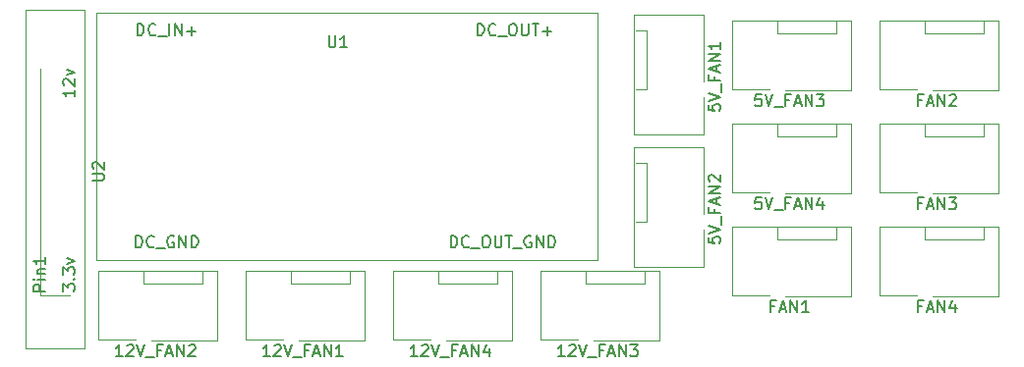
<source format=gbr>
%TF.GenerationSoftware,KiCad,Pcbnew,(5.1.10)-1*%
%TF.CreationDate,2021-07-17T09:46:38+08:00*%
%TF.ProjectId,FanDCControl,46616e44-4343-46f6-9e74-726f6c2e6b69,rev?*%
%TF.SameCoordinates,Original*%
%TF.FileFunction,Legend,Top*%
%TF.FilePolarity,Positive*%
%FSLAX46Y46*%
G04 Gerber Fmt 4.6, Leading zero omitted, Abs format (unit mm)*
G04 Created by KiCad (PCBNEW (5.1.10)-1) date 2021-07-17 09:46:38*
%MOMM*%
%LPD*%
G01*
G04 APERTURE LIST*
%ADD10C,0.120000*%
%ADD11C,0.150000*%
G04 APERTURE END LIST*
D10*
%TO.C,U2*%
X76200000Y-93472000D02*
X81280000Y-93472000D01*
X81280000Y-93472000D02*
X81280000Y-64262000D01*
X81280000Y-64262000D02*
X76200000Y-64262000D01*
X76200000Y-64262000D02*
X76200000Y-93472000D01*
X80010000Y-88950800D02*
X77470000Y-88950800D01*
X77470000Y-88925400D02*
X77470000Y-69342000D01*
%TO.C,U1*%
X125476000Y-64516000D02*
X83820000Y-64516000D01*
X125476000Y-85852000D02*
X125476000Y-64516000D01*
X82296000Y-85852000D02*
X125476000Y-85852000D01*
X82296000Y-64516000D02*
X82296000Y-85852000D01*
X83820000Y-64516000D02*
X82296000Y-64516000D01*
%TO.C,FAN4*%
X160100000Y-88960000D02*
X154350000Y-88960000D01*
X153000000Y-88910000D02*
X149800000Y-88910000D01*
X149800000Y-88910000D02*
X149800000Y-82960000D01*
X149800000Y-82960000D02*
X160100000Y-82960000D01*
X160100000Y-82960000D02*
X160100000Y-88960000D01*
X158750000Y-83060000D02*
X158750000Y-84070000D01*
X158750000Y-84070000D02*
X153670000Y-84070000D01*
X153670000Y-84070000D02*
X153670000Y-83060000D01*
%TO.C,FAN3*%
X160100000Y-80070000D02*
X154350000Y-80070000D01*
X153000000Y-80020000D02*
X149800000Y-80020000D01*
X149800000Y-80020000D02*
X149800000Y-74070000D01*
X149800000Y-74070000D02*
X160100000Y-74070000D01*
X160100000Y-74070000D02*
X160100000Y-80070000D01*
X158750000Y-74170000D02*
X158750000Y-75180000D01*
X158750000Y-75180000D02*
X153670000Y-75180000D01*
X153670000Y-75180000D02*
X153670000Y-74170000D01*
%TO.C,FAN2*%
X160100000Y-71180000D02*
X154350000Y-71180000D01*
X153000000Y-71130000D02*
X149800000Y-71130000D01*
X149800000Y-71130000D02*
X149800000Y-65180000D01*
X149800000Y-65180000D02*
X160100000Y-65180000D01*
X160100000Y-65180000D02*
X160100000Y-71180000D01*
X158750000Y-65280000D02*
X158750000Y-66290000D01*
X158750000Y-66290000D02*
X153670000Y-66290000D01*
X153670000Y-66290000D02*
X153670000Y-65280000D01*
%TO.C,FAN1*%
X147400000Y-88960000D02*
X141650000Y-88960000D01*
X140300000Y-88910000D02*
X137100000Y-88910000D01*
X137100000Y-88910000D02*
X137100000Y-82960000D01*
X137100000Y-82960000D02*
X147400000Y-82960000D01*
X147400000Y-82960000D02*
X147400000Y-88960000D01*
X146050000Y-83060000D02*
X146050000Y-84070000D01*
X146050000Y-84070000D02*
X140970000Y-84070000D01*
X140970000Y-84070000D02*
X140970000Y-83060000D01*
%TO.C,5V_FAN4*%
X147400000Y-80070000D02*
X141650000Y-80070000D01*
X140300000Y-80020000D02*
X137100000Y-80020000D01*
X137100000Y-80020000D02*
X137100000Y-74070000D01*
X137100000Y-74070000D02*
X147400000Y-74070000D01*
X147400000Y-74070000D02*
X147400000Y-80070000D01*
X146050000Y-74170000D02*
X146050000Y-75180000D01*
X146050000Y-75180000D02*
X140970000Y-75180000D01*
X140970000Y-75180000D02*
X140970000Y-74170000D01*
%TO.C,5V_FAN3*%
X147400000Y-71180000D02*
X141650000Y-71180000D01*
X140300000Y-71130000D02*
X137100000Y-71130000D01*
X137100000Y-71130000D02*
X137100000Y-65180000D01*
X137100000Y-65180000D02*
X147400000Y-65180000D01*
X147400000Y-65180000D02*
X147400000Y-71180000D01*
X146050000Y-65280000D02*
X146050000Y-66290000D01*
X146050000Y-66290000D02*
X140970000Y-66290000D01*
X140970000Y-66290000D02*
X140970000Y-65280000D01*
%TO.C,5V_FAN2*%
X134680000Y-76120000D02*
X134680000Y-81870000D01*
X134630000Y-83220000D02*
X134630000Y-86420000D01*
X134630000Y-86420000D02*
X128680000Y-86420000D01*
X128680000Y-86420000D02*
X128680000Y-76120000D01*
X128680000Y-76120000D02*
X134680000Y-76120000D01*
X128780000Y-77470000D02*
X129790000Y-77470000D01*
X129790000Y-77470000D02*
X129790000Y-82550000D01*
X129790000Y-82550000D02*
X128780000Y-82550000D01*
%TO.C,5V_FAN1*%
X134680000Y-64690000D02*
X134680000Y-70440000D01*
X134630000Y-71790000D02*
X134630000Y-74990000D01*
X134630000Y-74990000D02*
X128680000Y-74990000D01*
X128680000Y-74990000D02*
X128680000Y-64690000D01*
X128680000Y-64690000D02*
X134680000Y-64690000D01*
X128780000Y-66040000D02*
X129790000Y-66040000D01*
X129790000Y-66040000D02*
X129790000Y-71120000D01*
X129790000Y-71120000D02*
X128780000Y-71120000D01*
%TO.C,12V_FAN4*%
X118190000Y-92770000D02*
X112440000Y-92770000D01*
X111090000Y-92720000D02*
X107890000Y-92720000D01*
X107890000Y-92720000D02*
X107890000Y-86770000D01*
X107890000Y-86770000D02*
X118190000Y-86770000D01*
X118190000Y-86770000D02*
X118190000Y-92770000D01*
X116840000Y-86870000D02*
X116840000Y-87880000D01*
X116840000Y-87880000D02*
X111760000Y-87880000D01*
X111760000Y-87880000D02*
X111760000Y-86870000D01*
%TO.C,12V_FAN3*%
X130890000Y-92770000D02*
X125140000Y-92770000D01*
X123790000Y-92720000D02*
X120590000Y-92720000D01*
X120590000Y-92720000D02*
X120590000Y-86770000D01*
X120590000Y-86770000D02*
X130890000Y-86770000D01*
X130890000Y-86770000D02*
X130890000Y-92770000D01*
X129540000Y-86870000D02*
X129540000Y-87880000D01*
X129540000Y-87880000D02*
X124460000Y-87880000D01*
X124460000Y-87880000D02*
X124460000Y-86870000D01*
%TO.C,12V_FAN2*%
X92790000Y-92770000D02*
X87040000Y-92770000D01*
X85690000Y-92720000D02*
X82490000Y-92720000D01*
X82490000Y-92720000D02*
X82490000Y-86770000D01*
X82490000Y-86770000D02*
X92790000Y-86770000D01*
X92790000Y-86770000D02*
X92790000Y-92770000D01*
X91440000Y-86870000D02*
X91440000Y-87880000D01*
X91440000Y-87880000D02*
X86360000Y-87880000D01*
X86360000Y-87880000D02*
X86360000Y-86870000D01*
%TO.C,12V_FAN1*%
X105490000Y-92770000D02*
X99740000Y-92770000D01*
X98390000Y-92720000D02*
X95190000Y-92720000D01*
X95190000Y-92720000D02*
X95190000Y-86770000D01*
X95190000Y-86770000D02*
X105490000Y-86770000D01*
X105490000Y-86770000D02*
X105490000Y-92770000D01*
X104140000Y-86870000D02*
X104140000Y-87880000D01*
X104140000Y-87880000D02*
X99060000Y-87880000D01*
X99060000Y-87880000D02*
X99060000Y-86870000D01*
%TO.C,U2*%
D11*
X82002380Y-78993904D02*
X82811904Y-78993904D01*
X82907142Y-78946285D01*
X82954761Y-78898666D01*
X83002380Y-78803428D01*
X83002380Y-78612952D01*
X82954761Y-78517714D01*
X82907142Y-78470095D01*
X82811904Y-78422476D01*
X82002380Y-78422476D01*
X82097619Y-77993904D02*
X82050000Y-77946285D01*
X82002380Y-77851047D01*
X82002380Y-77612952D01*
X82050000Y-77517714D01*
X82097619Y-77470095D01*
X82192857Y-77422476D01*
X82288095Y-77422476D01*
X82430952Y-77470095D01*
X83002380Y-78041523D01*
X83002380Y-77422476D01*
X77922380Y-88550571D02*
X76922380Y-88550571D01*
X76922380Y-88169619D01*
X76970000Y-88074380D01*
X77017619Y-88026761D01*
X77112857Y-87979142D01*
X77255714Y-87979142D01*
X77350952Y-88026761D01*
X77398571Y-88074380D01*
X77446190Y-88169619D01*
X77446190Y-88550571D01*
X77922380Y-87550571D02*
X77255714Y-87550571D01*
X76922380Y-87550571D02*
X76970000Y-87598190D01*
X77017619Y-87550571D01*
X76970000Y-87502952D01*
X76922380Y-87550571D01*
X77017619Y-87550571D01*
X77255714Y-87074380D02*
X77922380Y-87074380D01*
X77350952Y-87074380D02*
X77303333Y-87026761D01*
X77255714Y-86931523D01*
X77255714Y-86788666D01*
X77303333Y-86693428D01*
X77398571Y-86645809D01*
X77922380Y-86645809D01*
X77922380Y-85645809D02*
X77922380Y-86217238D01*
X77922380Y-85931523D02*
X76922380Y-85931523D01*
X77065238Y-86026761D01*
X77160476Y-86122000D01*
X77208095Y-86217238D01*
X80462380Y-71183428D02*
X80462380Y-71754857D01*
X80462380Y-71469142D02*
X79462380Y-71469142D01*
X79605238Y-71564380D01*
X79700476Y-71659619D01*
X79748095Y-71754857D01*
X79557619Y-70802476D02*
X79510000Y-70754857D01*
X79462380Y-70659619D01*
X79462380Y-70421523D01*
X79510000Y-70326285D01*
X79557619Y-70278666D01*
X79652857Y-70231047D01*
X79748095Y-70231047D01*
X79890952Y-70278666D01*
X80462380Y-70850095D01*
X80462380Y-70231047D01*
X79795714Y-69897714D02*
X80462380Y-69659619D01*
X79795714Y-69421523D01*
X79462380Y-88550571D02*
X79462380Y-87931523D01*
X79843333Y-88264857D01*
X79843333Y-88122000D01*
X79890952Y-88026761D01*
X79938571Y-87979142D01*
X80033809Y-87931523D01*
X80271904Y-87931523D01*
X80367142Y-87979142D01*
X80414761Y-88026761D01*
X80462380Y-88122000D01*
X80462380Y-88407714D01*
X80414761Y-88502952D01*
X80367142Y-88550571D01*
X80367142Y-87502952D02*
X80414761Y-87455333D01*
X80462380Y-87502952D01*
X80414761Y-87550571D01*
X80367142Y-87502952D01*
X80462380Y-87502952D01*
X79462380Y-87122000D02*
X79462380Y-86502952D01*
X79843333Y-86836285D01*
X79843333Y-86693428D01*
X79890952Y-86598190D01*
X79938571Y-86550571D01*
X80033809Y-86502952D01*
X80271904Y-86502952D01*
X80367142Y-86550571D01*
X80414761Y-86598190D01*
X80462380Y-86693428D01*
X80462380Y-86979142D01*
X80414761Y-87074380D01*
X80367142Y-87122000D01*
X79795714Y-86169619D02*
X80462380Y-85931523D01*
X79795714Y-85693428D01*
%TO.C,U1*%
X102362095Y-66508380D02*
X102362095Y-67317904D01*
X102409714Y-67413142D01*
X102457333Y-67460761D01*
X102552571Y-67508380D01*
X102743047Y-67508380D01*
X102838285Y-67460761D01*
X102885904Y-67413142D01*
X102933523Y-67317904D01*
X102933523Y-66508380D01*
X103933523Y-67508380D02*
X103362095Y-67508380D01*
X103647809Y-67508380D02*
X103647809Y-66508380D01*
X103552571Y-66651238D01*
X103457333Y-66746476D01*
X103362095Y-66794095D01*
X115173523Y-66492380D02*
X115173523Y-65492380D01*
X115411619Y-65492380D01*
X115554476Y-65540000D01*
X115649714Y-65635238D01*
X115697333Y-65730476D01*
X115744952Y-65920952D01*
X115744952Y-66063809D01*
X115697333Y-66254285D01*
X115649714Y-66349523D01*
X115554476Y-66444761D01*
X115411619Y-66492380D01*
X115173523Y-66492380D01*
X116744952Y-66397142D02*
X116697333Y-66444761D01*
X116554476Y-66492380D01*
X116459238Y-66492380D01*
X116316380Y-66444761D01*
X116221142Y-66349523D01*
X116173523Y-66254285D01*
X116125904Y-66063809D01*
X116125904Y-65920952D01*
X116173523Y-65730476D01*
X116221142Y-65635238D01*
X116316380Y-65540000D01*
X116459238Y-65492380D01*
X116554476Y-65492380D01*
X116697333Y-65540000D01*
X116744952Y-65587619D01*
X116935428Y-66587619D02*
X117697333Y-66587619D01*
X118125904Y-65492380D02*
X118316380Y-65492380D01*
X118411619Y-65540000D01*
X118506857Y-65635238D01*
X118554476Y-65825714D01*
X118554476Y-66159047D01*
X118506857Y-66349523D01*
X118411619Y-66444761D01*
X118316380Y-66492380D01*
X118125904Y-66492380D01*
X118030666Y-66444761D01*
X117935428Y-66349523D01*
X117887809Y-66159047D01*
X117887809Y-65825714D01*
X117935428Y-65635238D01*
X118030666Y-65540000D01*
X118125904Y-65492380D01*
X118983047Y-65492380D02*
X118983047Y-66301904D01*
X119030666Y-66397142D01*
X119078285Y-66444761D01*
X119173523Y-66492380D01*
X119364000Y-66492380D01*
X119459238Y-66444761D01*
X119506857Y-66397142D01*
X119554476Y-66301904D01*
X119554476Y-65492380D01*
X119887809Y-65492380D02*
X120459238Y-65492380D01*
X120173523Y-66492380D02*
X120173523Y-65492380D01*
X120792571Y-66111428D02*
X121554476Y-66111428D01*
X121173523Y-66492380D02*
X121173523Y-65730476D01*
X112871809Y-84780380D02*
X112871809Y-83780380D01*
X113109904Y-83780380D01*
X113252761Y-83828000D01*
X113348000Y-83923238D01*
X113395619Y-84018476D01*
X113443238Y-84208952D01*
X113443238Y-84351809D01*
X113395619Y-84542285D01*
X113348000Y-84637523D01*
X113252761Y-84732761D01*
X113109904Y-84780380D01*
X112871809Y-84780380D01*
X114443238Y-84685142D02*
X114395619Y-84732761D01*
X114252761Y-84780380D01*
X114157523Y-84780380D01*
X114014666Y-84732761D01*
X113919428Y-84637523D01*
X113871809Y-84542285D01*
X113824190Y-84351809D01*
X113824190Y-84208952D01*
X113871809Y-84018476D01*
X113919428Y-83923238D01*
X114014666Y-83828000D01*
X114157523Y-83780380D01*
X114252761Y-83780380D01*
X114395619Y-83828000D01*
X114443238Y-83875619D01*
X114633714Y-84875619D02*
X115395619Y-84875619D01*
X115824190Y-83780380D02*
X116014666Y-83780380D01*
X116109904Y-83828000D01*
X116205142Y-83923238D01*
X116252761Y-84113714D01*
X116252761Y-84447047D01*
X116205142Y-84637523D01*
X116109904Y-84732761D01*
X116014666Y-84780380D01*
X115824190Y-84780380D01*
X115728952Y-84732761D01*
X115633714Y-84637523D01*
X115586095Y-84447047D01*
X115586095Y-84113714D01*
X115633714Y-83923238D01*
X115728952Y-83828000D01*
X115824190Y-83780380D01*
X116681333Y-83780380D02*
X116681333Y-84589904D01*
X116728952Y-84685142D01*
X116776571Y-84732761D01*
X116871809Y-84780380D01*
X117062285Y-84780380D01*
X117157523Y-84732761D01*
X117205142Y-84685142D01*
X117252761Y-84589904D01*
X117252761Y-83780380D01*
X117586095Y-83780380D02*
X118157523Y-83780380D01*
X117871809Y-84780380D02*
X117871809Y-83780380D01*
X118252761Y-84875619D02*
X119014666Y-84875619D01*
X119776571Y-83828000D02*
X119681333Y-83780380D01*
X119538476Y-83780380D01*
X119395619Y-83828000D01*
X119300380Y-83923238D01*
X119252761Y-84018476D01*
X119205142Y-84208952D01*
X119205142Y-84351809D01*
X119252761Y-84542285D01*
X119300380Y-84637523D01*
X119395619Y-84732761D01*
X119538476Y-84780380D01*
X119633714Y-84780380D01*
X119776571Y-84732761D01*
X119824190Y-84685142D01*
X119824190Y-84351809D01*
X119633714Y-84351809D01*
X120252761Y-84780380D02*
X120252761Y-83780380D01*
X120824190Y-84780380D01*
X120824190Y-83780380D01*
X121300380Y-84780380D02*
X121300380Y-83780380D01*
X121538476Y-83780380D01*
X121681333Y-83828000D01*
X121776571Y-83923238D01*
X121824190Y-84018476D01*
X121871809Y-84208952D01*
X121871809Y-84351809D01*
X121824190Y-84542285D01*
X121776571Y-84637523D01*
X121681333Y-84732761D01*
X121538476Y-84780380D01*
X121300380Y-84780380D01*
X85725333Y-84780380D02*
X85725333Y-83780380D01*
X85963428Y-83780380D01*
X86106285Y-83828000D01*
X86201523Y-83923238D01*
X86249142Y-84018476D01*
X86296761Y-84208952D01*
X86296761Y-84351809D01*
X86249142Y-84542285D01*
X86201523Y-84637523D01*
X86106285Y-84732761D01*
X85963428Y-84780380D01*
X85725333Y-84780380D01*
X87296761Y-84685142D02*
X87249142Y-84732761D01*
X87106285Y-84780380D01*
X87011047Y-84780380D01*
X86868190Y-84732761D01*
X86772952Y-84637523D01*
X86725333Y-84542285D01*
X86677714Y-84351809D01*
X86677714Y-84208952D01*
X86725333Y-84018476D01*
X86772952Y-83923238D01*
X86868190Y-83828000D01*
X87011047Y-83780380D01*
X87106285Y-83780380D01*
X87249142Y-83828000D01*
X87296761Y-83875619D01*
X87487238Y-84875619D02*
X88249142Y-84875619D01*
X89011047Y-83828000D02*
X88915809Y-83780380D01*
X88772952Y-83780380D01*
X88630095Y-83828000D01*
X88534857Y-83923238D01*
X88487238Y-84018476D01*
X88439619Y-84208952D01*
X88439619Y-84351809D01*
X88487238Y-84542285D01*
X88534857Y-84637523D01*
X88630095Y-84732761D01*
X88772952Y-84780380D01*
X88868190Y-84780380D01*
X89011047Y-84732761D01*
X89058666Y-84685142D01*
X89058666Y-84351809D01*
X88868190Y-84351809D01*
X89487238Y-84780380D02*
X89487238Y-83780380D01*
X90058666Y-84780380D01*
X90058666Y-83780380D01*
X90534857Y-84780380D02*
X90534857Y-83780380D01*
X90772952Y-83780380D01*
X90915809Y-83828000D01*
X91011047Y-83923238D01*
X91058666Y-84018476D01*
X91106285Y-84208952D01*
X91106285Y-84351809D01*
X91058666Y-84542285D01*
X91011047Y-84637523D01*
X90915809Y-84732761D01*
X90772952Y-84780380D01*
X90534857Y-84780380D01*
X85868190Y-66492380D02*
X85868190Y-65492380D01*
X86106285Y-65492380D01*
X86249142Y-65540000D01*
X86344380Y-65635238D01*
X86392000Y-65730476D01*
X86439619Y-65920952D01*
X86439619Y-66063809D01*
X86392000Y-66254285D01*
X86344380Y-66349523D01*
X86249142Y-66444761D01*
X86106285Y-66492380D01*
X85868190Y-66492380D01*
X87439619Y-66397142D02*
X87392000Y-66444761D01*
X87249142Y-66492380D01*
X87153904Y-66492380D01*
X87011047Y-66444761D01*
X86915809Y-66349523D01*
X86868190Y-66254285D01*
X86820571Y-66063809D01*
X86820571Y-65920952D01*
X86868190Y-65730476D01*
X86915809Y-65635238D01*
X87011047Y-65540000D01*
X87153904Y-65492380D01*
X87249142Y-65492380D01*
X87392000Y-65540000D01*
X87439619Y-65587619D01*
X87630095Y-66587619D02*
X88392000Y-66587619D01*
X88630095Y-66492380D02*
X88630095Y-65492380D01*
X89106285Y-66492380D02*
X89106285Y-65492380D01*
X89677714Y-66492380D01*
X89677714Y-65492380D01*
X90153904Y-66111428D02*
X90915809Y-66111428D01*
X90534857Y-66492380D02*
X90534857Y-65730476D01*
%TO.C,FAN4*%
X153464285Y-89838571D02*
X153130952Y-89838571D01*
X153130952Y-90362380D02*
X153130952Y-89362380D01*
X153607142Y-89362380D01*
X153940476Y-90076666D02*
X154416666Y-90076666D01*
X153845238Y-90362380D02*
X154178571Y-89362380D01*
X154511904Y-90362380D01*
X154845238Y-90362380D02*
X154845238Y-89362380D01*
X155416666Y-90362380D01*
X155416666Y-89362380D01*
X156321428Y-89695714D02*
X156321428Y-90362380D01*
X156083333Y-89314761D02*
X155845238Y-90029047D01*
X156464285Y-90029047D01*
%TO.C,FAN3*%
X153464285Y-80948571D02*
X153130952Y-80948571D01*
X153130952Y-81472380D02*
X153130952Y-80472380D01*
X153607142Y-80472380D01*
X153940476Y-81186666D02*
X154416666Y-81186666D01*
X153845238Y-81472380D02*
X154178571Y-80472380D01*
X154511904Y-81472380D01*
X154845238Y-81472380D02*
X154845238Y-80472380D01*
X155416666Y-81472380D01*
X155416666Y-80472380D01*
X155797619Y-80472380D02*
X156416666Y-80472380D01*
X156083333Y-80853333D01*
X156226190Y-80853333D01*
X156321428Y-80900952D01*
X156369047Y-80948571D01*
X156416666Y-81043809D01*
X156416666Y-81281904D01*
X156369047Y-81377142D01*
X156321428Y-81424761D01*
X156226190Y-81472380D01*
X155940476Y-81472380D01*
X155845238Y-81424761D01*
X155797619Y-81377142D01*
%TO.C,FAN2*%
X153464285Y-72058571D02*
X153130952Y-72058571D01*
X153130952Y-72582380D02*
X153130952Y-71582380D01*
X153607142Y-71582380D01*
X153940476Y-72296666D02*
X154416666Y-72296666D01*
X153845238Y-72582380D02*
X154178571Y-71582380D01*
X154511904Y-72582380D01*
X154845238Y-72582380D02*
X154845238Y-71582380D01*
X155416666Y-72582380D01*
X155416666Y-71582380D01*
X155845238Y-71677619D02*
X155892857Y-71630000D01*
X155988095Y-71582380D01*
X156226190Y-71582380D01*
X156321428Y-71630000D01*
X156369047Y-71677619D01*
X156416666Y-71772857D01*
X156416666Y-71868095D01*
X156369047Y-72010952D01*
X155797619Y-72582380D01*
X156416666Y-72582380D01*
%TO.C,FAN1*%
X140764285Y-89838571D02*
X140430952Y-89838571D01*
X140430952Y-90362380D02*
X140430952Y-89362380D01*
X140907142Y-89362380D01*
X141240476Y-90076666D02*
X141716666Y-90076666D01*
X141145238Y-90362380D02*
X141478571Y-89362380D01*
X141811904Y-90362380D01*
X142145238Y-90362380D02*
X142145238Y-89362380D01*
X142716666Y-90362380D01*
X142716666Y-89362380D01*
X143716666Y-90362380D02*
X143145238Y-90362380D01*
X143430952Y-90362380D02*
X143430952Y-89362380D01*
X143335714Y-89505238D01*
X143240476Y-89600476D01*
X143145238Y-89648095D01*
%TO.C,5V_FAN4*%
X139621428Y-80472380D02*
X139145238Y-80472380D01*
X139097619Y-80948571D01*
X139145238Y-80900952D01*
X139240476Y-80853333D01*
X139478571Y-80853333D01*
X139573809Y-80900952D01*
X139621428Y-80948571D01*
X139669047Y-81043809D01*
X139669047Y-81281904D01*
X139621428Y-81377142D01*
X139573809Y-81424761D01*
X139478571Y-81472380D01*
X139240476Y-81472380D01*
X139145238Y-81424761D01*
X139097619Y-81377142D01*
X139954761Y-80472380D02*
X140288095Y-81472380D01*
X140621428Y-80472380D01*
X140716666Y-81567619D02*
X141478571Y-81567619D01*
X142050000Y-80948571D02*
X141716666Y-80948571D01*
X141716666Y-81472380D02*
X141716666Y-80472380D01*
X142192857Y-80472380D01*
X142526190Y-81186666D02*
X143002380Y-81186666D01*
X142430952Y-81472380D02*
X142764285Y-80472380D01*
X143097619Y-81472380D01*
X143430952Y-81472380D02*
X143430952Y-80472380D01*
X144002380Y-81472380D01*
X144002380Y-80472380D01*
X144907142Y-80805714D02*
X144907142Y-81472380D01*
X144669047Y-80424761D02*
X144430952Y-81139047D01*
X145050000Y-81139047D01*
%TO.C,5V_FAN3*%
X139621428Y-71582380D02*
X139145238Y-71582380D01*
X139097619Y-72058571D01*
X139145238Y-72010952D01*
X139240476Y-71963333D01*
X139478571Y-71963333D01*
X139573809Y-72010952D01*
X139621428Y-72058571D01*
X139669047Y-72153809D01*
X139669047Y-72391904D01*
X139621428Y-72487142D01*
X139573809Y-72534761D01*
X139478571Y-72582380D01*
X139240476Y-72582380D01*
X139145238Y-72534761D01*
X139097619Y-72487142D01*
X139954761Y-71582380D02*
X140288095Y-72582380D01*
X140621428Y-71582380D01*
X140716666Y-72677619D02*
X141478571Y-72677619D01*
X142050000Y-72058571D02*
X141716666Y-72058571D01*
X141716666Y-72582380D02*
X141716666Y-71582380D01*
X142192857Y-71582380D01*
X142526190Y-72296666D02*
X143002380Y-72296666D01*
X142430952Y-72582380D02*
X142764285Y-71582380D01*
X143097619Y-72582380D01*
X143430952Y-72582380D02*
X143430952Y-71582380D01*
X144002380Y-72582380D01*
X144002380Y-71582380D01*
X144383333Y-71582380D02*
X145002380Y-71582380D01*
X144669047Y-71963333D01*
X144811904Y-71963333D01*
X144907142Y-72010952D01*
X144954761Y-72058571D01*
X145002380Y-72153809D01*
X145002380Y-72391904D01*
X144954761Y-72487142D01*
X144907142Y-72534761D01*
X144811904Y-72582380D01*
X144526190Y-72582380D01*
X144430952Y-72534761D01*
X144383333Y-72487142D01*
%TO.C,5V_FAN2*%
X135082380Y-83898571D02*
X135082380Y-84374761D01*
X135558571Y-84422380D01*
X135510952Y-84374761D01*
X135463333Y-84279523D01*
X135463333Y-84041428D01*
X135510952Y-83946190D01*
X135558571Y-83898571D01*
X135653809Y-83850952D01*
X135891904Y-83850952D01*
X135987142Y-83898571D01*
X136034761Y-83946190D01*
X136082380Y-84041428D01*
X136082380Y-84279523D01*
X136034761Y-84374761D01*
X135987142Y-84422380D01*
X135082380Y-83565238D02*
X136082380Y-83231904D01*
X135082380Y-82898571D01*
X136177619Y-82803333D02*
X136177619Y-82041428D01*
X135558571Y-81470000D02*
X135558571Y-81803333D01*
X136082380Y-81803333D02*
X135082380Y-81803333D01*
X135082380Y-81327142D01*
X135796666Y-80993809D02*
X135796666Y-80517619D01*
X136082380Y-81089047D02*
X135082380Y-80755714D01*
X136082380Y-80422380D01*
X136082380Y-80089047D02*
X135082380Y-80089047D01*
X136082380Y-79517619D01*
X135082380Y-79517619D01*
X135177619Y-79089047D02*
X135130000Y-79041428D01*
X135082380Y-78946190D01*
X135082380Y-78708095D01*
X135130000Y-78612857D01*
X135177619Y-78565238D01*
X135272857Y-78517619D01*
X135368095Y-78517619D01*
X135510952Y-78565238D01*
X136082380Y-79136666D01*
X136082380Y-78517619D01*
%TO.C,5V_FAN1*%
X135082380Y-72468571D02*
X135082380Y-72944761D01*
X135558571Y-72992380D01*
X135510952Y-72944761D01*
X135463333Y-72849523D01*
X135463333Y-72611428D01*
X135510952Y-72516190D01*
X135558571Y-72468571D01*
X135653809Y-72420952D01*
X135891904Y-72420952D01*
X135987142Y-72468571D01*
X136034761Y-72516190D01*
X136082380Y-72611428D01*
X136082380Y-72849523D01*
X136034761Y-72944761D01*
X135987142Y-72992380D01*
X135082380Y-72135238D02*
X136082380Y-71801904D01*
X135082380Y-71468571D01*
X136177619Y-71373333D02*
X136177619Y-70611428D01*
X135558571Y-70040000D02*
X135558571Y-70373333D01*
X136082380Y-70373333D02*
X135082380Y-70373333D01*
X135082380Y-69897142D01*
X135796666Y-69563809D02*
X135796666Y-69087619D01*
X136082380Y-69659047D02*
X135082380Y-69325714D01*
X136082380Y-68992380D01*
X136082380Y-68659047D02*
X135082380Y-68659047D01*
X136082380Y-68087619D01*
X135082380Y-68087619D01*
X136082380Y-67087619D02*
X136082380Y-67659047D01*
X136082380Y-67373333D02*
X135082380Y-67373333D01*
X135225238Y-67468571D01*
X135320476Y-67563809D01*
X135368095Y-67659047D01*
%TO.C,12V_FAN4*%
X109982857Y-94172380D02*
X109411428Y-94172380D01*
X109697142Y-94172380D02*
X109697142Y-93172380D01*
X109601904Y-93315238D01*
X109506666Y-93410476D01*
X109411428Y-93458095D01*
X110363809Y-93267619D02*
X110411428Y-93220000D01*
X110506666Y-93172380D01*
X110744761Y-93172380D01*
X110840000Y-93220000D01*
X110887619Y-93267619D01*
X110935238Y-93362857D01*
X110935238Y-93458095D01*
X110887619Y-93600952D01*
X110316190Y-94172380D01*
X110935238Y-94172380D01*
X111220952Y-93172380D02*
X111554285Y-94172380D01*
X111887619Y-93172380D01*
X111982857Y-94267619D02*
X112744761Y-94267619D01*
X113316190Y-93648571D02*
X112982857Y-93648571D01*
X112982857Y-94172380D02*
X112982857Y-93172380D01*
X113459047Y-93172380D01*
X113792380Y-93886666D02*
X114268571Y-93886666D01*
X113697142Y-94172380D02*
X114030476Y-93172380D01*
X114363809Y-94172380D01*
X114697142Y-94172380D02*
X114697142Y-93172380D01*
X115268571Y-94172380D01*
X115268571Y-93172380D01*
X116173333Y-93505714D02*
X116173333Y-94172380D01*
X115935238Y-93124761D02*
X115697142Y-93839047D01*
X116316190Y-93839047D01*
%TO.C,12V_FAN3*%
X122682857Y-94172380D02*
X122111428Y-94172380D01*
X122397142Y-94172380D02*
X122397142Y-93172380D01*
X122301904Y-93315238D01*
X122206666Y-93410476D01*
X122111428Y-93458095D01*
X123063809Y-93267619D02*
X123111428Y-93220000D01*
X123206666Y-93172380D01*
X123444761Y-93172380D01*
X123540000Y-93220000D01*
X123587619Y-93267619D01*
X123635238Y-93362857D01*
X123635238Y-93458095D01*
X123587619Y-93600952D01*
X123016190Y-94172380D01*
X123635238Y-94172380D01*
X123920952Y-93172380D02*
X124254285Y-94172380D01*
X124587619Y-93172380D01*
X124682857Y-94267619D02*
X125444761Y-94267619D01*
X126016190Y-93648571D02*
X125682857Y-93648571D01*
X125682857Y-94172380D02*
X125682857Y-93172380D01*
X126159047Y-93172380D01*
X126492380Y-93886666D02*
X126968571Y-93886666D01*
X126397142Y-94172380D02*
X126730476Y-93172380D01*
X127063809Y-94172380D01*
X127397142Y-94172380D02*
X127397142Y-93172380D01*
X127968571Y-94172380D01*
X127968571Y-93172380D01*
X128349523Y-93172380D02*
X128968571Y-93172380D01*
X128635238Y-93553333D01*
X128778095Y-93553333D01*
X128873333Y-93600952D01*
X128920952Y-93648571D01*
X128968571Y-93743809D01*
X128968571Y-93981904D01*
X128920952Y-94077142D01*
X128873333Y-94124761D01*
X128778095Y-94172380D01*
X128492380Y-94172380D01*
X128397142Y-94124761D01*
X128349523Y-94077142D01*
%TO.C,12V_FAN2*%
X84582857Y-94172380D02*
X84011428Y-94172380D01*
X84297142Y-94172380D02*
X84297142Y-93172380D01*
X84201904Y-93315238D01*
X84106666Y-93410476D01*
X84011428Y-93458095D01*
X84963809Y-93267619D02*
X85011428Y-93220000D01*
X85106666Y-93172380D01*
X85344761Y-93172380D01*
X85440000Y-93220000D01*
X85487619Y-93267619D01*
X85535238Y-93362857D01*
X85535238Y-93458095D01*
X85487619Y-93600952D01*
X84916190Y-94172380D01*
X85535238Y-94172380D01*
X85820952Y-93172380D02*
X86154285Y-94172380D01*
X86487619Y-93172380D01*
X86582857Y-94267619D02*
X87344761Y-94267619D01*
X87916190Y-93648571D02*
X87582857Y-93648571D01*
X87582857Y-94172380D02*
X87582857Y-93172380D01*
X88059047Y-93172380D01*
X88392380Y-93886666D02*
X88868571Y-93886666D01*
X88297142Y-94172380D02*
X88630476Y-93172380D01*
X88963809Y-94172380D01*
X89297142Y-94172380D02*
X89297142Y-93172380D01*
X89868571Y-94172380D01*
X89868571Y-93172380D01*
X90297142Y-93267619D02*
X90344761Y-93220000D01*
X90440000Y-93172380D01*
X90678095Y-93172380D01*
X90773333Y-93220000D01*
X90820952Y-93267619D01*
X90868571Y-93362857D01*
X90868571Y-93458095D01*
X90820952Y-93600952D01*
X90249523Y-94172380D01*
X90868571Y-94172380D01*
%TO.C,12V_FAN1*%
X97282857Y-94172380D02*
X96711428Y-94172380D01*
X96997142Y-94172380D02*
X96997142Y-93172380D01*
X96901904Y-93315238D01*
X96806666Y-93410476D01*
X96711428Y-93458095D01*
X97663809Y-93267619D02*
X97711428Y-93220000D01*
X97806666Y-93172380D01*
X98044761Y-93172380D01*
X98140000Y-93220000D01*
X98187619Y-93267619D01*
X98235238Y-93362857D01*
X98235238Y-93458095D01*
X98187619Y-93600952D01*
X97616190Y-94172380D01*
X98235238Y-94172380D01*
X98520952Y-93172380D02*
X98854285Y-94172380D01*
X99187619Y-93172380D01*
X99282857Y-94267619D02*
X100044761Y-94267619D01*
X100616190Y-93648571D02*
X100282857Y-93648571D01*
X100282857Y-94172380D02*
X100282857Y-93172380D01*
X100759047Y-93172380D01*
X101092380Y-93886666D02*
X101568571Y-93886666D01*
X100997142Y-94172380D02*
X101330476Y-93172380D01*
X101663809Y-94172380D01*
X101997142Y-94172380D02*
X101997142Y-93172380D01*
X102568571Y-94172380D01*
X102568571Y-93172380D01*
X103568571Y-94172380D02*
X102997142Y-94172380D01*
X103282857Y-94172380D02*
X103282857Y-93172380D01*
X103187619Y-93315238D01*
X103092380Y-93410476D01*
X102997142Y-93458095D01*
%TD*%
M02*

</source>
